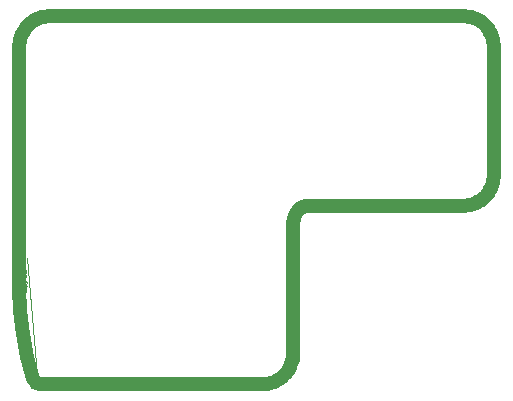
<source format=gm1>
G04 Layer_Color=16711935*
%FSLAX25Y25*%
%MOIN*%
G70*
G01*
G75*
%ADD53C,0.00394*%
%ADD79C,0.04724*%
%ADD80C,0.00118*%
D53*
X1702Y-8286D02*
X5099Y-47114D01*
D79*
X3771Y-48599D02*
G03*
X6055Y-50361I2285J601D01*
G01*
X3771Y-48603D02*
G03*
X6055Y-50361I2284J604D01*
G01*
X1798Y-41121D02*
G03*
X1838Y-41294I2322J434D01*
G01*
X80298Y-50361D02*
G03*
X80563Y-50346I0J2362D01*
G01*
X80298Y-50361D02*
G03*
X80563Y-50346I0J2362D01*
G01*
X82315Y-50148D02*
G03*
X82831Y-50031I-264J2347D01*
G01*
X383Y-33514D02*
G03*
X409Y-33686I2348J261D01*
G01*
X383Y-33514D02*
G03*
X409Y-33686I2348J261D01*
G01*
X-466Y-25823D02*
G03*
X-453Y-25997I2361J87D01*
G01*
X-466Y-25823D02*
G03*
X-453Y-25997I2361J87D01*
G01*
X1798Y-41121D02*
G03*
X1837Y-41291I2322J434D01*
G01*
X82315Y-50148D02*
G03*
X82835Y-50029I-264J2347D01*
G01*
X84491Y-49450D02*
G03*
X84971Y-49219I-776J2231D01*
G01*
X86462Y-48282D02*
G03*
X86878Y-47951I-1254J2002D01*
G01*
X84495Y-49448D02*
G03*
X84974Y-49217I-780J2230D01*
G01*
X86465Y-48281D02*
G03*
X86881Y-47947I-1257J2000D01*
G01*
X88125Y-46704D02*
G03*
X88456Y-46288I-1670J1670D01*
G01*
X88121Y-46707D02*
G03*
X88455Y-46290I-1667J1674D01*
G01*
X89391Y-44800D02*
G03*
X89622Y-44321I-1998J1259D01*
G01*
X90203Y-42661D02*
G03*
X90322Y-42141I-2228J785D01*
G01*
X90520Y-40389D02*
G03*
X90535Y-40124I-2347J264D01*
G01*
X-747Y-18177D02*
G03*
X-746Y-18264I2362J0D01*
G01*
X-747Y-18177D02*
G03*
X-746Y-18264I2362J0D01*
G01*
X-733Y62444D02*
G03*
X-747Y62179I2347J-264D01*
G01*
X-733Y62444D02*
G03*
X-747Y62179I2347J-264D01*
G01*
X-417Y64711D02*
G03*
X-535Y64196I2230J-780D01*
G01*
X-417Y64711D02*
G03*
X-535Y64196I2230J-780D01*
G01*
X395Y66852D02*
G03*
X165Y66376I2000J-1257D01*
G01*
X396Y66855D02*
G03*
X165Y66376I1998J-1259D01*
G01*
X1662Y68759D02*
G03*
X1331Y68343I1670J-1670D01*
G01*
X1662Y68759D02*
G03*
X1333Y68345I1670J-1670D01*
G01*
X3323Y70336D02*
G03*
X2909Y70006I1257J-2000D01*
G01*
X3325Y70337D02*
G03*
X2909Y70006I1254J-2002D01*
G01*
X5292Y71503D02*
G03*
X4813Y71272I780J-2230D01*
G01*
X7472Y72203D02*
G03*
X6952Y72084I264J-2347D01*
G01*
X5297Y71505D02*
G03*
X4816Y71273I776J-2231D01*
G01*
X7476Y72204D02*
G03*
X6957Y72085I261J-2348D01*
G01*
X9489Y72415D02*
G03*
X9221Y72400I0J-2362D01*
G01*
X9489Y72415D02*
G03*
X9224Y72401I0J-2362D01*
G01*
X89393Y-44798D02*
G03*
X89624Y-44316I-2000J1257D01*
G01*
X90205Y-42657D02*
G03*
X90322Y-42141I-2230J780D01*
G01*
X90520Y-40389D02*
G03*
X90535Y-40124I-2347J264D01*
G01*
X147195Y9147D02*
G03*
X147460Y9162I0J2362D01*
G01*
X147195Y9147D02*
G03*
X147464Y9163I0J2362D01*
G01*
X149212Y9360D02*
G03*
X149732Y9479I-264J2347D01*
G01*
X151392Y10060D02*
G03*
X151871Y10291I-780J2230D01*
G01*
X153361Y11227D02*
G03*
X153778Y11560I-1257J2000D01*
G01*
X149208Y9359D02*
G03*
X149728Y9477I-261J2348D01*
G01*
X151388Y10058D02*
G03*
X151868Y10289I-776J2231D01*
G01*
X153359Y11226D02*
G03*
X153775Y11557I-1254J2002D01*
G01*
X155018Y12801D02*
G03*
X155352Y13217I-1667J1674D01*
G01*
X155022Y12804D02*
G03*
X155353Y13220I-1670J1670D01*
G01*
X156288Y14708D02*
G03*
X156519Y15187I-1998J1259D01*
G01*
X149728Y72085D02*
G03*
X149208Y72204I-780J-2230D01*
G01*
X151868Y71273D02*
G03*
X151388Y71505I-1257J-2000D01*
G01*
X147460Y72401D02*
G03*
X147195Y72415I-264J-2347D01*
G01*
X147464Y72400D02*
G03*
X147195Y72415I-268J-2347D01*
G01*
X153775Y70006D02*
G03*
X153361Y70336I-1670J-1670D01*
G01*
X153775Y70006D02*
G03*
X153359Y70337I-1670J-1670D01*
G01*
X149732Y72084D02*
G03*
X149212Y72203I-785J-2228D01*
G01*
X151871Y71272D02*
G03*
X151392Y71503I-1259J-1998D01*
G01*
X157101Y16849D02*
G03*
X157219Y17367I-2229J783D01*
G01*
X157416Y19115D02*
G03*
X157432Y19384I-2347J268D01*
G01*
X156290Y14710D02*
G03*
X156520Y15189I-2000J1257D01*
G01*
X157102Y16851D02*
G03*
X157220Y17371I-2230J780D01*
G01*
X157417Y19119D02*
G03*
X157432Y19384I-2347J264D01*
G01*
Y62179D02*
G03*
X157417Y62444I-2362J0D01*
G01*
X157432Y62179D02*
G03*
X157416Y62448I-2362J0D01*
G01*
X155352Y68345D02*
G03*
X155022Y68759I-2000J-1257D01*
G01*
X157219Y64196D02*
G03*
X157100Y64716I-2347J-264D01*
G01*
X156519Y66376D02*
G03*
X156288Y66855I-2230J-780D01*
G01*
X157220Y64192D02*
G03*
X157102Y64711I-2348J-261D01*
G01*
X155353Y68343D02*
G03*
X155022Y68759I-2002J-1254D01*
G01*
X156521Y66371D02*
G03*
X156290Y66852I-2231J-776D01*
G01*
X6055Y-50361D02*
X80298D01*
X3771Y-48599D02*
X3771Y-48603D01*
X1838Y-41294D02*
X3771Y-48599D01*
X1837Y-41291D02*
X1838Y-41294D01*
X80563Y-50346D02*
X82315Y-50148D01*
X409Y-33686D02*
X1798Y-41121D01*
X-453Y-25997D02*
X383Y-33514D01*
X-746Y-18264D02*
X-466Y-25823D01*
X82831Y-50031D02*
X82835Y-50029D01*
X84491Y-49450D01*
X84495Y-49448D01*
X84971Y-49219D02*
X84974Y-49217D01*
X86462Y-48282D01*
X86465Y-48281D01*
X86878Y-47951D02*
X86881Y-47947D01*
X88121Y-46707D01*
X88125Y-46704D01*
X88455Y-46290D02*
X88456Y-46288D01*
X89391Y-44800D01*
X89393Y-44798D01*
X-747Y-18177D02*
Y62179D01*
X-733Y62444D02*
X-535Y64196D01*
X-417Y64711D02*
X165Y66376D01*
X395Y66852D02*
X396Y66855D01*
X1331Y68343D01*
X1333Y68345D01*
X1662Y68759D02*
X2909Y70006D01*
X3323Y70336D02*
X3325Y70337D01*
X4813Y71272D01*
X4816Y71273D01*
X5292Y71503D02*
X5297Y71505D01*
X6952Y72084D01*
X6957Y72085D01*
X7472Y72203D02*
X7476Y72204D01*
X9221Y72400D01*
X9224Y72401D01*
X9489Y72415D02*
X147195D01*
X89622Y-44321D02*
X89624Y-44316D01*
X90203Y-42661D01*
X90205Y-42657D01*
X90322Y-42141D02*
X90520Y-40389D01*
X90535Y3503D02*
X90687Y4859D01*
X90535Y-40124D02*
Y3503D01*
X90687Y4859D02*
X91094Y6021D01*
X91749Y7063D01*
X92619Y7933D01*
X93661Y8588D01*
X94823Y8995D01*
X96179Y9147D01*
X147195D01*
X147460Y9162D02*
X147464Y9163D01*
X149208Y9359D01*
X149212Y9360D01*
X149728Y9477D02*
X149732Y9479D01*
X151388Y10058D01*
X151392Y10060D01*
X151868Y10289D02*
X151871Y10291D01*
X153359Y11226D01*
X153361Y11227D01*
X153775Y11557D02*
X153778Y11560D01*
X155018Y12801D01*
X155022Y12804D01*
X155352Y13217D02*
X155353Y13220D01*
X156288Y14708D01*
X156290Y14710D01*
X147460Y72401D02*
X147464Y72400D01*
X149208Y72204D01*
X149212Y72203D01*
X149728Y72085D02*
X149732Y72084D01*
X151388Y71505D01*
X151392Y71503D01*
X151868Y71273D02*
X151871Y71272D01*
X153359Y70337D01*
X153361Y70336D01*
X156519Y15187D02*
X156520Y15189D01*
X157101Y16849D01*
X157102Y16851D01*
X157219Y17367D02*
X157220Y17371D01*
X157416Y19115D01*
X157417Y19119D01*
X157432Y19384D02*
Y62179D01*
X157100Y64716D02*
X157102Y64711D01*
X156521Y66371D02*
X157100Y64716D01*
X156519Y66376D02*
X156521Y66371D01*
X157416Y62448D02*
X157417Y62444D01*
X157220Y64192D02*
X157416Y62448D01*
X157219Y64196D02*
X157220Y64192D01*
X153775Y70006D02*
X155022Y68759D01*
X156288Y66855D02*
X156290Y66852D01*
X155353Y68343D02*
X156288Y66855D01*
X155352Y68345D02*
X155353Y68343D01*
D80*
X320Y-12017D02*
X1300Y-11931D01*
X1343Y-12422D01*
X1194Y-12599D01*
X867Y-12628D01*
X689Y-12479D01*
X647Y-11989D01*
X1280Y-13579D02*
X1429Y-13402D01*
X1400Y-13075D01*
X1222Y-12926D01*
X569Y-12983D01*
X420Y-13161D01*
X448Y-13488D01*
X626Y-13637D01*
X1471Y-13892D02*
X491Y-13978D01*
X534Y-14468D01*
X712Y-14617D01*
X875Y-14603D01*
X1024Y-14425D01*
X981Y-13935D01*
X1024Y-14425D01*
X1202Y-14574D01*
X1365Y-14560D01*
X1514Y-14382D01*
X1471Y-13892D01*
X1700Y-16506D02*
X1643Y-15852D01*
X663Y-15938D01*
X720Y-16591D01*
X1153Y-15895D02*
X1181Y-16222D01*
X1786Y-17486D02*
X806Y-17572D01*
X763Y-17082D01*
X912Y-16904D01*
X1239Y-16875D01*
X1416Y-17024D01*
X1459Y-17515D01*
X536Y-18254D02*
X550Y-18417D01*
X728Y-18566D01*
X1545Y-18495D01*
X1502Y-18005D01*
X1324Y-17855D01*
X998Y-17884D01*
X849Y-18062D01*
X891Y-18552D01*
X963Y-19369D02*
X934Y-19042D01*
X1083Y-18864D01*
X1410Y-18836D01*
X1588Y-18985D01*
X1616Y-19311D01*
X1467Y-19489D01*
X1304Y-19503D01*
X1247Y-18850D01*
M02*

</source>
